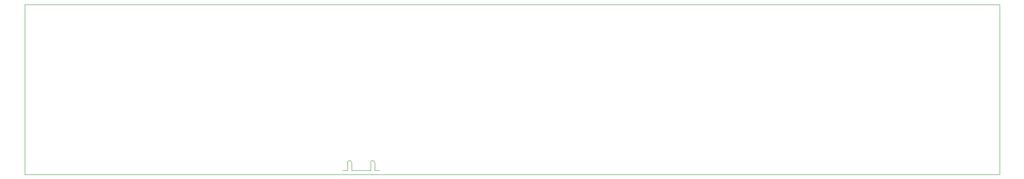
<source format=gbr>
%TF.GenerationSoftware,KiCad,Pcbnew,6.0.5*%
%TF.CreationDate,2022-05-09T00:08:56+02:00*%
%TF.ProjectId,gauge,67617567-652e-46b6-9963-61645f706362,rev?*%
%TF.SameCoordinates,Original*%
%TF.FileFunction,Profile,NP*%
%FSLAX46Y46*%
G04 Gerber Fmt 4.6, Leading zero omitted, Abs format (unit mm)*
G04 Created by KiCad (PCBNEW 6.0.5) date 2022-05-09 00:08:56*
%MOMM*%
%LPD*%
G01*
G04 APERTURE LIST*
%TA.AperFunction,Profile*%
%ADD10C,0.100000*%
%TD*%
G04 APERTURE END LIST*
D10*
X230000000Y-120000000D02*
X30000000Y-120000000D01*
X30000000Y-120000000D02*
X30000000Y-85000000D01*
X30000000Y-85000000D02*
X230000000Y-85000000D01*
X230000000Y-85000000D02*
X230000000Y-120000000D01*
%TO.C,J3*%
X101800000Y-119125000D02*
X102750000Y-119125000D01*
X96200000Y-117550000D02*
X96200000Y-119125000D01*
X97050000Y-117550000D02*
X97050000Y-119125000D01*
X101800000Y-117550000D02*
X101800000Y-119125000D01*
X95250000Y-119125000D02*
X96200000Y-119125000D01*
X97050000Y-119125000D02*
X100950000Y-119125000D01*
X100950000Y-117550000D02*
X100950000Y-119125000D01*
X97050000Y-117550000D02*
G75*
G03*
X96200000Y-117550000I-425000J0D01*
G01*
X101800000Y-117550000D02*
G75*
G03*
X100950000Y-117550000I-425000J0D01*
G01*
%TD*%
M02*

</source>
